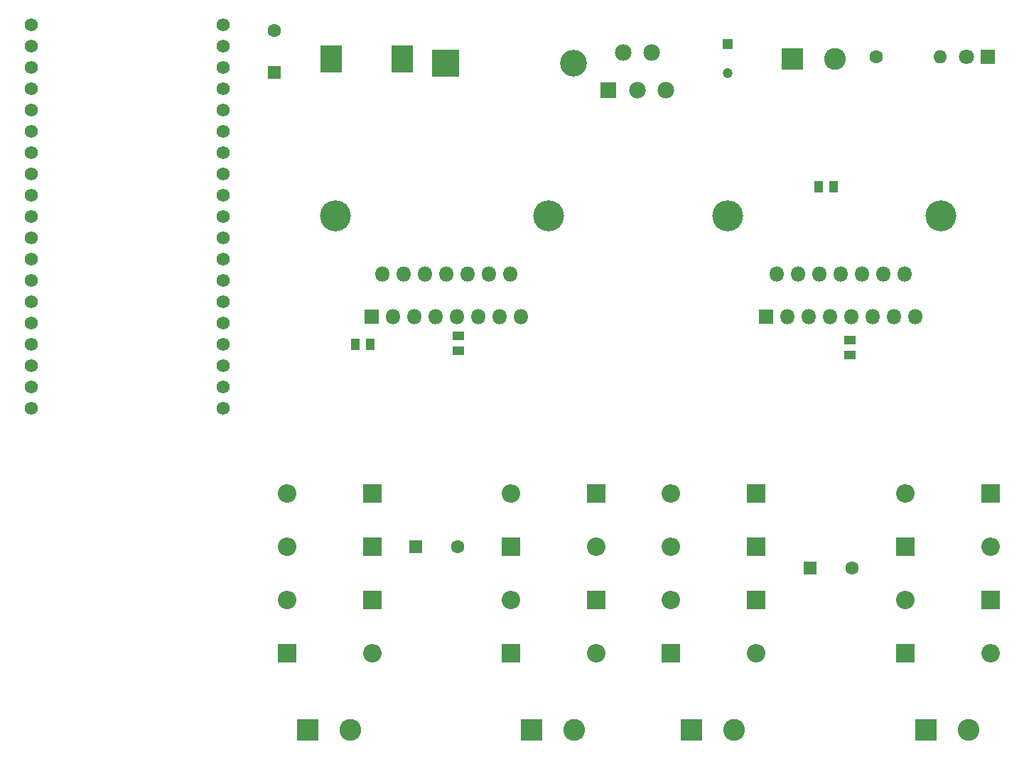
<source format=gts>
G04 #@! TF.GenerationSoftware,KiCad,Pcbnew,(6.0.5-0)*
G04 #@! TF.CreationDate,2022-09-20T15:19:48+05:30*
G04 #@! TF.ProjectId,FitBot,46697442-6f74-42e6-9b69-6361645f7063,v01*
G04 #@! TF.SameCoordinates,Original*
G04 #@! TF.FileFunction,Soldermask,Top*
G04 #@! TF.FilePolarity,Negative*
%FSLAX46Y46*%
G04 Gerber Fmt 4.6, Leading zero omitted, Abs format (unit mm)*
G04 Created by KiCad (PCBNEW (6.0.5-0)) date 2022-09-20 15:19:48*
%MOMM*%
%LPD*%
G01*
G04 APERTURE LIST*
%ADD10C,1.560000*%
%ADD11R,2.200000X2.200000*%
%ADD12O,2.200000X2.200000*%
%ADD13R,2.600000X2.600000*%
%ADD14C,2.600000*%
%ADD15R,1.800000X1.800000*%
%ADD16O,1.800000X1.800000*%
%ADD17R,1.380000X1.100000*%
%ADD18C,1.600000*%
%ADD19O,1.600000X1.600000*%
%ADD20R,1.981200X1.981200*%
%ADD21C,1.981200*%
%ADD22C,1.200000*%
%ADD23R,1.200000X1.200000*%
%ADD24R,1.100000X1.380000*%
%ADD25C,3.686000*%
%ADD26R,1.600000X1.600000*%
%ADD27C,1.800000*%
%ADD28R,2.514600X3.302000*%
%ADD29R,3.200000X3.200000*%
%ADD30O,3.200000X3.200000*%
G04 APERTURE END LIST*
D10*
G04 #@! TO.C,U2*
X62230000Y-85090000D03*
X62230000Y-82550000D03*
X62230000Y-80010000D03*
X62230000Y-77470000D03*
X62230000Y-74930000D03*
X62230000Y-72390000D03*
X62230000Y-69850000D03*
X62230000Y-67310000D03*
X62230000Y-64770000D03*
X62230000Y-62230000D03*
X62230000Y-59690000D03*
X62230000Y-57150000D03*
X62230000Y-54610000D03*
X62230000Y-52070000D03*
X62230000Y-49530000D03*
X62230000Y-46990000D03*
X62230000Y-44450000D03*
X62230000Y-41910000D03*
X62230000Y-39370000D03*
X39370000Y-39370000D03*
X39370000Y-41910000D03*
X39370000Y-44450000D03*
X39370000Y-46990000D03*
X39370000Y-49530000D03*
X39370000Y-52070000D03*
X39370000Y-54610000D03*
X39370000Y-57150000D03*
X39370000Y-59690000D03*
X39370000Y-62230000D03*
X39370000Y-64770000D03*
X39370000Y-67310000D03*
X39370000Y-69850000D03*
X39370000Y-72390000D03*
X39370000Y-74930000D03*
X39370000Y-77470000D03*
X39370000Y-80010000D03*
X39370000Y-82550000D03*
X39370000Y-85090000D03*
G04 #@! TD*
D11*
G04 #@! TO.C,D16*
X153670000Y-95250000D03*
D12*
X143510000Y-95250000D03*
G04 #@! TD*
D13*
G04 #@! TO.C,J3*
X99055000Y-123495000D03*
D14*
X104135000Y-123495000D03*
G04 #@! TD*
D15*
G04 #@! TO.C,U3*
X126995000Y-74185000D03*
D16*
X128265000Y-69105000D03*
X129535000Y-74185000D03*
X130805000Y-69105000D03*
X132075000Y-74185000D03*
X133345000Y-69105000D03*
X134615000Y-74185000D03*
X135885000Y-69105000D03*
X137155000Y-74185000D03*
X138425000Y-69105000D03*
X139695000Y-74185000D03*
X140965000Y-69105000D03*
X142235000Y-74185000D03*
X143505000Y-69105000D03*
X144775000Y-74185000D03*
G04 #@! TD*
D11*
G04 #@! TO.C,D15*
X143510000Y-101600000D03*
D12*
X153670000Y-101600000D03*
G04 #@! TD*
D11*
G04 #@! TO.C,D14*
X125730000Y-95250000D03*
D12*
X115570000Y-95250000D03*
G04 #@! TD*
D11*
G04 #@! TO.C,D7*
X96520000Y-101600000D03*
D12*
X106680000Y-101600000D03*
G04 #@! TD*
D11*
G04 #@! TO.C,D2*
X69850000Y-114300000D03*
D12*
X80010000Y-114300000D03*
G04 #@! TD*
D17*
G04 #@! TO.C,C6*
X90270000Y-76505000D03*
X90270000Y-78275000D03*
G04 #@! TD*
D18*
G04 #@! TO.C,R1*
X140060000Y-43180000D03*
D19*
X147680000Y-43180000D03*
G04 #@! TD*
D13*
G04 #@! TO.C,J2*
X72385000Y-123495000D03*
D14*
X77465000Y-123495000D03*
G04 #@! TD*
D11*
G04 #@! TO.C,D10*
X115570000Y-114300000D03*
D12*
X125730000Y-114300000D03*
G04 #@! TD*
D11*
G04 #@! TO.C,D13*
X125730000Y-101600000D03*
D12*
X115570000Y-101600000D03*
G04 #@! TD*
D11*
G04 #@! TO.C,D1*
X80010000Y-107950000D03*
D12*
X69850000Y-107950000D03*
G04 #@! TD*
D15*
G04 #@! TO.C,U4*
X80005000Y-74185000D03*
D16*
X81275000Y-69105000D03*
X82545000Y-74185000D03*
X83815000Y-69105000D03*
X85085000Y-74185000D03*
X86355000Y-69105000D03*
X87625000Y-74185000D03*
X88895000Y-69105000D03*
X90165000Y-74185000D03*
X91435000Y-69105000D03*
X92705000Y-74185000D03*
X93975000Y-69105000D03*
X95245000Y-74185000D03*
X96515000Y-69105000D03*
X97785000Y-74185000D03*
G04 #@! TD*
D11*
G04 #@! TO.C,D8*
X106680000Y-95250000D03*
D12*
X96520000Y-95250000D03*
G04 #@! TD*
D11*
G04 #@! TO.C,D11*
X153670000Y-107950000D03*
D12*
X143510000Y-107950000D03*
G04 #@! TD*
D20*
G04 #@! TO.C,U1*
X108200000Y-47160400D03*
D21*
X109901800Y-42690000D03*
X111603600Y-47160400D03*
X113305400Y-42690000D03*
X115007200Y-47160400D03*
G04 #@! TD*
D11*
G04 #@! TO.C,D5*
X80010000Y-101600000D03*
D12*
X69850000Y-101600000D03*
G04 #@! TD*
D11*
G04 #@! TO.C,D9*
X125730000Y-107950000D03*
D12*
X115570000Y-107950000D03*
G04 #@! TD*
D22*
G04 #@! TO.C,C1*
X122370000Y-45190000D03*
D23*
X122370000Y-41690000D03*
G04 #@! TD*
D24*
G04 #@! TO.C,C7*
X77985000Y-77470000D03*
X79755000Y-77470000D03*
G04 #@! TD*
D13*
G04 #@! TO.C,J1*
X130075000Y-43495000D03*
D14*
X135155000Y-43495000D03*
G04 #@! TD*
D25*
G04 #@! TO.C,REF\u002A\u002A*
X122420000Y-62190000D03*
X147820000Y-62190000D03*
G04 #@! TD*
D11*
G04 #@! TO.C,D6*
X80010000Y-95250000D03*
D12*
X69850000Y-95250000D03*
G04 #@! TD*
D26*
G04 #@! TO.C,C2*
X68370000Y-45092651D03*
D18*
X68370000Y-40092651D03*
G04 #@! TD*
D15*
G04 #@! TO.C,D18*
X153395000Y-43180000D03*
D27*
X150855000Y-43180000D03*
G04 #@! TD*
D28*
G04 #@! TO.C,L1*
X75102800Y-43440000D03*
X83637200Y-43440000D03*
G04 #@! TD*
D11*
G04 #@! TO.C,D3*
X106680000Y-107950000D03*
D12*
X96520000Y-107950000D03*
G04 #@! TD*
D13*
G04 #@! TO.C,J4*
X118105000Y-123495000D03*
D14*
X123185000Y-123495000D03*
G04 #@! TD*
D29*
G04 #@! TO.C,D17*
X88750000Y-43940000D03*
D30*
X103990000Y-43940000D03*
G04 #@! TD*
D26*
G04 #@! TO.C,C3*
X85227349Y-101600000D03*
D18*
X90227349Y-101600000D03*
G04 #@! TD*
D11*
G04 #@! TO.C,D4*
X96520000Y-114300000D03*
D12*
X106680000Y-114300000D03*
G04 #@! TD*
D17*
G04 #@! TO.C,C5*
X136906000Y-76970000D03*
X136906000Y-78740000D03*
G04 #@! TD*
D13*
G04 #@! TO.C,J5*
X146045000Y-123495000D03*
D14*
X151125000Y-123495000D03*
G04 #@! TD*
D24*
G04 #@! TO.C,C8*
X133227000Y-58674000D03*
X134997000Y-58674000D03*
G04 #@! TD*
D26*
G04 #@! TO.C,C4*
X132217349Y-104140000D03*
D18*
X137217349Y-104140000D03*
G04 #@! TD*
D25*
G04 #@! TO.C,REF\u002A\u002A*
X75670000Y-62190000D03*
X101070000Y-62190000D03*
G04 #@! TD*
D11*
G04 #@! TO.C,D12*
X143510000Y-114300000D03*
D12*
X153670000Y-114300000D03*
G04 #@! TD*
M02*

</source>
